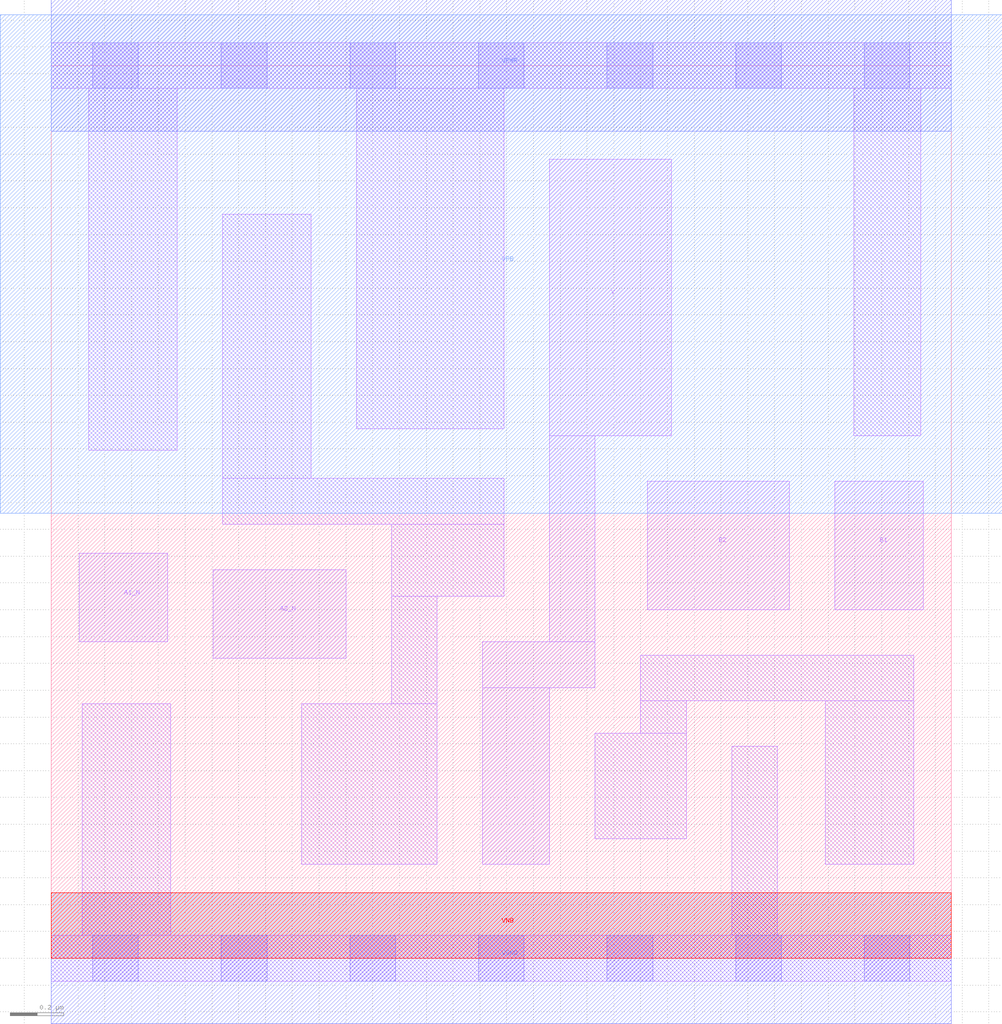
<source format=lef>
# Copyright 2020 The SkyWater PDK Authors
#
# Licensed under the Apache License, Version 2.0 (the "License");
# you may not use this file except in compliance with the License.
# You may obtain a copy of the License at
#
#     https://www.apache.org/licenses/LICENSE-2.0
#
# Unless required by applicable law or agreed to in writing, software
# distributed under the License is distributed on an "AS IS" BASIS,
# WITHOUT WARRANTIES OR CONDITIONS OF ANY KIND, either express or implied.
# See the License for the specific language governing permissions and
# limitations under the License.
#
# SPDX-License-Identifier: Apache-2.0

VERSION 5.7 ;
  NOWIREEXTENSIONATPIN ON ;
  DIVIDERCHAR "/" ;
  BUSBITCHARS "[]" ;
MACRO sky130_fd_sc_ls__o2bb2ai_1
  CLASS CORE ;
  FOREIGN sky130_fd_sc_ls__o2bb2ai_1 ;
  ORIGIN  0.000000  0.000000 ;
  SIZE  3.360000 BY  3.330000 ;
  SYMMETRY X Y ;
  SITE unit ;
  PIN A1_N
    ANTENNAGATEAREA  0.222000 ;
    DIRECTION INPUT ;
    USE SIGNAL ;
    PORT
      LAYER li1 ;
        RECT 0.105000 1.180000 0.435000 1.510000 ;
    END
  END A1_N
  PIN A2_N
    ANTENNAGATEAREA  0.222000 ;
    DIRECTION INPUT ;
    USE SIGNAL ;
    PORT
      LAYER li1 ;
        RECT 0.605000 1.120000 1.100000 1.450000 ;
    END
  END A2_N
  PIN B1
    ANTENNAGATEAREA  0.279000 ;
    DIRECTION INPUT ;
    USE SIGNAL ;
    PORT
      LAYER li1 ;
        RECT 2.925000 1.300000 3.255000 1.780000 ;
    END
  END B1
  PIN B2
    ANTENNAGATEAREA  0.279000 ;
    DIRECTION INPUT ;
    USE SIGNAL ;
    PORT
      LAYER li1 ;
        RECT 2.225000 1.300000 2.755000 1.780000 ;
    END
  END B2
  PIN VNB
    PORT
      LAYER pwell ;
        RECT 0.000000 0.000000 3.360000 0.245000 ;
    END
  END VNB
  PIN VPB
    PORT
      LAYER nwell ;
        RECT -0.190000 1.660000 3.550000 3.520000 ;
    END
  END VPB
  PIN Y
    ANTENNADIFFAREA  0.546900 ;
    DIRECTION OUTPUT ;
    USE SIGNAL ;
    PORT
      LAYER li1 ;
        RECT 1.610000 0.350000 1.860000 1.010000 ;
        RECT 1.610000 1.010000 2.030000 1.180000 ;
        RECT 1.860000 1.180000 2.030000 1.950000 ;
        RECT 1.860000 1.950000 2.315000 2.980000 ;
    END
  END Y
  PIN VGND
    DIRECTION INOUT ;
    SHAPE ABUTMENT ;
    USE GROUND ;
    PORT
      LAYER met1 ;
        RECT 0.000000 -0.245000 3.360000 0.245000 ;
    END
  END VGND
  PIN VPWR
    DIRECTION INOUT ;
    SHAPE ABUTMENT ;
    USE POWER ;
    PORT
      LAYER met1 ;
        RECT 0.000000 3.085000 3.360000 3.575000 ;
    END
  END VPWR
  OBS
    LAYER li1 ;
      RECT 0.000000 -0.085000 3.360000 0.085000 ;
      RECT 0.000000  3.245000 3.360000 3.415000 ;
      RECT 0.115000  0.085000 0.445000 0.950000 ;
      RECT 0.140000  1.895000 0.470000 3.245000 ;
      RECT 0.640000  1.620000 1.690000 1.790000 ;
      RECT 0.640000  1.790000 0.970000 2.775000 ;
      RECT 0.935000  0.350000 1.440000 0.950000 ;
      RECT 1.140000  1.975000 1.690000 3.245000 ;
      RECT 1.270000  0.950000 1.440000 1.350000 ;
      RECT 1.270000  1.350000 1.690000 1.620000 ;
      RECT 2.030000  0.445000 2.370000 0.840000 ;
      RECT 2.200000  0.840000 2.370000 0.960000 ;
      RECT 2.200000  0.960000 3.220000 1.130000 ;
      RECT 2.540000  0.085000 2.710000 0.790000 ;
      RECT 2.890000  0.350000 3.220000 0.960000 ;
      RECT 2.995000  1.950000 3.245000 3.245000 ;
    LAYER mcon ;
      RECT 0.155000 -0.085000 0.325000 0.085000 ;
      RECT 0.155000  3.245000 0.325000 3.415000 ;
      RECT 0.635000 -0.085000 0.805000 0.085000 ;
      RECT 0.635000  3.245000 0.805000 3.415000 ;
      RECT 1.115000 -0.085000 1.285000 0.085000 ;
      RECT 1.115000  3.245000 1.285000 3.415000 ;
      RECT 1.595000 -0.085000 1.765000 0.085000 ;
      RECT 1.595000  3.245000 1.765000 3.415000 ;
      RECT 2.075000 -0.085000 2.245000 0.085000 ;
      RECT 2.075000  3.245000 2.245000 3.415000 ;
      RECT 2.555000 -0.085000 2.725000 0.085000 ;
      RECT 2.555000  3.245000 2.725000 3.415000 ;
      RECT 3.035000 -0.085000 3.205000 0.085000 ;
      RECT 3.035000  3.245000 3.205000 3.415000 ;
  END
END sky130_fd_sc_ls__o2bb2ai_1
END LIBRARY

</source>
